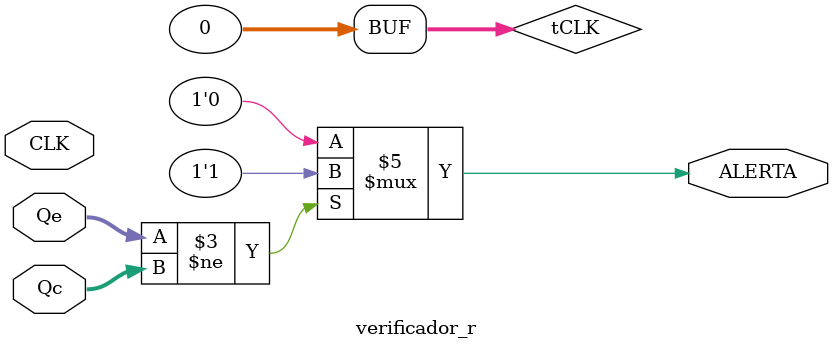
<source format=v>
  `timescale 1ns/1ps
/*Se encarga de comparar las señales de salida Q de los registros desplazables
de 32 bits, para verificar su funcionamiento entre el diseñado por descripcion
estructural respecto al por descripcion conductual.
Se toma en cuenta el retardo de la salida del registro por descripcion estructural
con respecto al flanco positivo del la señal del reloj (48 ns).
Pone el alto ALERTA indicando que no se cumple la equivalencia de operacion.
*/

module verificador_r (CLK, Qe, Qc, ALERTA);

  input CLK;
  input [31:0] Qe, Qc;
  integer tCLK;
  output reg ALERTA;

  always @ ( posedge CLK ) begin
    #48 tCLK <= 1'b1;
  end

  always @ ( tCLK ) begin
    if (Qe != Qc) begin
      ALERTA <= 1'b1;
      end else begin
      ALERTA <=1'b0;
      end
      tCLK <= 1'b0;
  end

endmodule //

</source>
